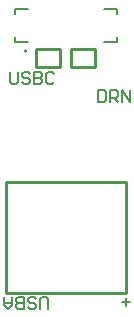
<source format=gto>
G04*
G04 #@! TF.GenerationSoftware,Altium Limited,Altium Designer,22.2.1 (43)*
G04*
G04 Layer_Color=65535*
%FSLAX25Y25*%
%MOIN*%
G70*
G04*
G04 #@! TF.SameCoordinates,6C260533-CC90-43CD-92D9-51A3DE8ADA06*
G04*
G04*
G04 #@! TF.FilePolarity,Positive*
G04*
G01*
G75*
%ADD10C,0.00787*%
%ADD11C,0.01000*%
%ADD12C,0.00600*%
D10*
X10708Y88921D02*
G03*
X10708Y88921I-394J0D01*
G01*
X40787Y91835D02*
Y93606D01*
X36496Y91835D02*
X40787D01*
X6693D02*
X10984D01*
X6693D02*
Y93606D01*
Y101087D02*
Y102858D01*
X10984D01*
X36496D02*
X40787D01*
Y101087D02*
Y102858D01*
D11*
X25565Y83467D02*
X33465D01*
X25565Y89567D02*
X33465D01*
Y83467D02*
Y89567D01*
X25565Y83467D02*
Y89567D01*
X13754Y83467D02*
X21654D01*
X13754Y89567D02*
X21654D01*
Y83467D02*
Y89567D01*
X13754Y83467D02*
Y89567D01*
X3648Y45164D02*
X43648D01*
X3648Y8195D02*
X43648D01*
X3648D02*
Y45164D01*
X43648Y8195D02*
Y45164D01*
D12*
X42400Y5317D02*
X45066D01*
X43733Y6650D02*
Y3984D01*
X34600Y75784D02*
Y71785D01*
X36599D01*
X37266Y72452D01*
Y75117D01*
X36599Y75784D01*
X34600D01*
X38599Y71785D02*
Y75784D01*
X40598D01*
X41265Y75117D01*
Y73784D01*
X40598Y73118D01*
X38599D01*
X39932D02*
X41265Y71785D01*
X42597D02*
Y75784D01*
X45263Y71785D01*
Y75784D01*
X5169Y81684D02*
Y78352D01*
X5835Y77686D01*
X7168D01*
X7835Y78352D01*
Y81684D01*
X11834Y81018D02*
X11167Y81684D01*
X9834D01*
X9168Y81018D01*
Y80352D01*
X9834Y79685D01*
X11167D01*
X11834Y79019D01*
Y78352D01*
X11167Y77686D01*
X9834D01*
X9168Y78352D01*
X13167Y81684D02*
Y77686D01*
X15166D01*
X15832Y78352D01*
Y79019D01*
X15166Y79685D01*
X13167D01*
X15166D01*
X15832Y80352D01*
Y81018D01*
X15166Y81684D01*
X13167D01*
X19831Y81018D02*
X19164Y81684D01*
X17832D01*
X17165Y81018D01*
Y78352D01*
X17832Y77686D01*
X19164D01*
X19831Y78352D01*
X17831Y2985D02*
Y6317D01*
X17165Y6984D01*
X15832D01*
X15165Y6317D01*
Y2985D01*
X11167Y3651D02*
X11833Y2985D01*
X13166D01*
X13832Y3651D01*
Y4318D01*
X13166Y4984D01*
X11833D01*
X11167Y5651D01*
Y6317D01*
X11833Y6984D01*
X13166D01*
X13832Y6317D01*
X9833Y2985D02*
Y6984D01*
X7834D01*
X7168Y6317D01*
Y5651D01*
X7834Y4984D01*
X9833D01*
X7834D01*
X7168Y4318D01*
Y3651D01*
X7834Y2985D01*
X9833D01*
X5835Y6984D02*
Y4318D01*
X4502Y2985D01*
X3169Y4318D01*
Y6984D01*
Y4984D01*
X5835D01*
M02*

</source>
